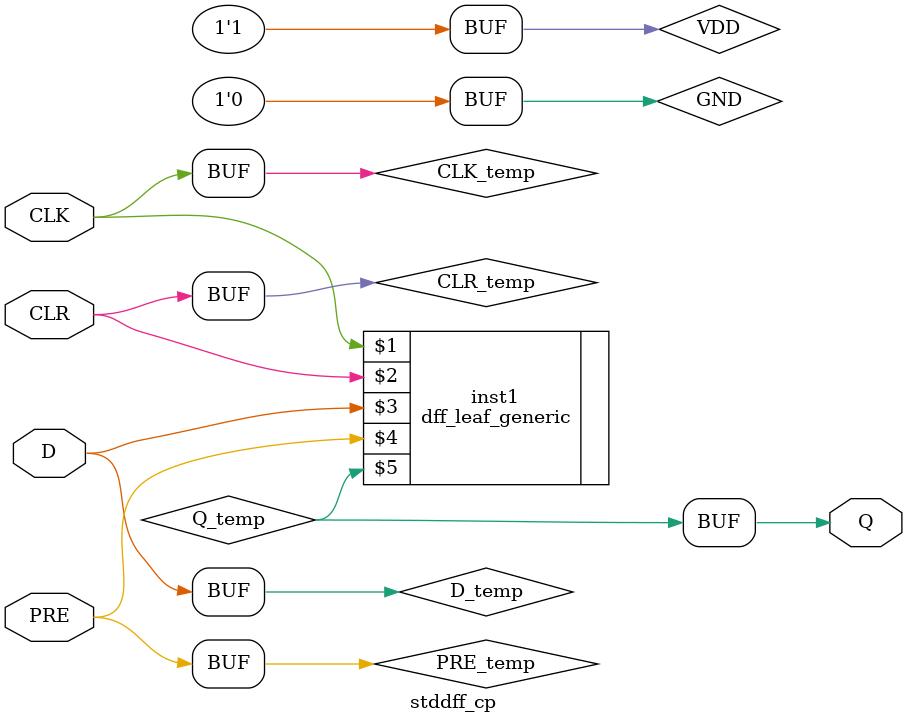
<source format=v>
module stddff_cp(CLK,CLR,D,PRE,Q);
  parameter
        d_CLK_r = 0,
        d_CLK_f = 0,
        d_CLR_r = 0,
        d_CLR_f = 0,
        d_D_r = 0,
        d_D_f = 0,
        d_PRE_r = 0,
        d_PRE_f = 0,
        d_Q_r = 1,
        d_Q_f = 1;
  input  CLK;
  input  CLR;
  input  D;
  input  PRE;
  output  Q;
  wire  CLK_temp;
  wire  CLR_temp;
  wire  D_temp;
  wire  PRE_temp;
  wire  Q_temp;
  supply0  GND;
  supply1  VDD;
  assign #(d_CLK_r,d_CLK_f) CLK_temp = CLK|CLK;
  assign #(d_CLR_r,d_CLR_f) CLR_temp = CLR|CLR;
  assign #(d_D_r,d_D_f) D_temp = D|D;
  assign #(d_PRE_r,d_PRE_f) PRE_temp = PRE|PRE;
  assign #(d_Q_r,d_Q_f) Q = Q_temp;
  dff_leaf_generic inst1 (CLK_temp,CLR_temp,D_temp,PRE_temp,Q_temp);
  specify
    specparam
      t_hold_D = 0,
      t_setup_D = 0,
      t_width_PRE = 0,
      t_width_CLR = 0;
    $hold(posedge CLK , D , t_hold_D);
    $setup(D , posedge CLK , t_setup_D);
    $width(negedge PRE , t_width_PRE);
    $width(negedge CLR , t_width_CLR);
  endspecify
endmodule

</source>
